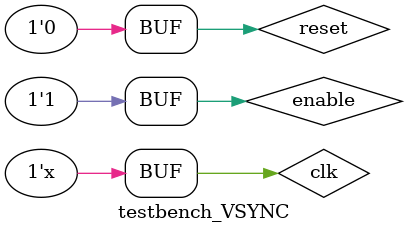
<source format=v>
`timescale 1ns/1ps
module testbench_VSYNC;
reg clk, reset, enable;
wire vsync, hsync;
wire [6:0] vpixel;
wire [6:0] hpixel;
wire enable_hsync;

initial 
begin
    clk = 0;
    reset = 1;
    enable = 0;
    #100 reset = 0;  
    #1000 enable = 1;  
end

VSYNC_syncroniser VSYNC_syncroniser_inst (.clk(clk), .reset(reset), .v_enable(enable), .vsync(vsync), .vpixel(vpixel), .enable_hsync(enable_hsync));
HSYNC_synchroniser HSYNC_synchroniser_inst (.clk(clk), .reset(reset), .enable(enable_hsync), .hsync(hsync), .hpixel(hpixel));

always #5 clk = ~clk;       // prosomoiosi tou clk tis FPGA

endmodule
</source>
